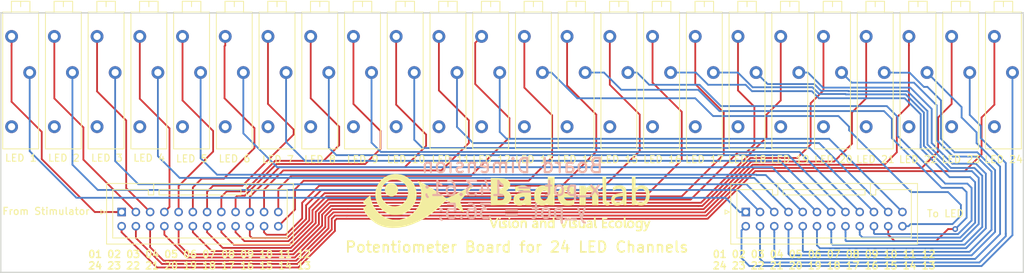
<source format=kicad_pcb>
(kicad_pcb (version 20171130) (host pcbnew "(5.1.12)-1")
  (layers (0 F.Cu signal) (31 B.Cu signal) (34 B.Paste user hide) (35 F.Paste user hide) (36 B.SilkS user hide) (37 F.SilkS user hide) (38 B.Mask user hide) (39 F.Mask user hide) (44 Edge.Cuts user))
  (net 0 "")
  (net 1 "Net-(J1-Pad1)")
  (net 2 "Net-(J1-Pad2)")
  (net 3 "Net-(J1-Pad3)")
  (net 4 "Net-(J1-Pad4)")
  (net 5 "Net-(J2-Pad4)")
  (net 6 "Net-(J2-Pad3)")
  (net 7 "Net-(J2-Pad2)")
  (net 8 "Net-(J2-Pad1)")
  (net 9 "Net-(RV1-Pad1)")
  (net 10 "Net-(RV2-Pad1)")
  (net 11 "Net-(RV3-Pad1)")
  (net 12 "Net-(RV4-Pad1)")
  (net 13 "Net-(J1-Pad24)")
  (net 14 "Net-(J1-Pad22)")
  (net 15 "Net-(J1-Pad20)")
  (net 16 "Net-(J1-Pad18)")
  (net 17 "Net-(J1-Pad16)")
  (net 18 "Net-(J1-Pad14)")
  (net 19 "Net-(J1-Pad12)")
  (net 20 "Net-(J1-Pad10)")
  (net 21 "Net-(J1-Pad8)")
  (net 22 "Net-(J1-Pad6)")
  (net 23 "Net-(J1-Pad23)")
  (net 24 "Net-(J1-Pad21)")
  (net 25 "Net-(J1-Pad19)")
  (net 26 "Net-(J1-Pad17)")
  (net 27 "Net-(J1-Pad15)")
  (net 28 "Net-(J1-Pad13)")
  (net 29 "Net-(J1-Pad11)")
  (net 30 "Net-(J1-Pad9)")
  (net 31 "Net-(J1-Pad7)")
  (net 32 "Net-(J1-Pad5)")
  (net 33 "Net-(J2-Pad5)")
  (net 34 "Net-(J2-Pad7)")
  (net 35 "Net-(J2-Pad9)")
  (net 36 "Net-(J2-Pad11)")
  (net 37 "Net-(J2-Pad13)")
  (net 38 "Net-(J2-Pad15)")
  (net 39 "Net-(J2-Pad17)")
  (net 40 "Net-(J2-Pad19)")
  (net 41 "Net-(J2-Pad21)")
  (net 42 "Net-(J2-Pad23)")
  (net 43 "Net-(J2-Pad6)")
  (net 44 "Net-(J2-Pad8)")
  (net 45 "Net-(J2-Pad10)")
  (net 46 "Net-(J2-Pad12)")
  (net 47 "Net-(J2-Pad14)")
  (net 48 "Net-(J2-Pad16)")
  (net 49 "Net-(J2-Pad18)")
  (net 50 "Net-(J2-Pad20)")
  (net 51 "Net-(J2-Pad22)")
  (net 52 "Net-(J2-Pad24)")
  (net 53 "Net-(RV5-Pad1)")
  (net 54 "Net-(RV6-Pad1)")
  (net 55 "Net-(RV7-Pad1)")
  (net 56 "Net-(RV8-Pad1)")
  (net 57 "Net-(RV9-Pad1)")
  (net 58 "Net-(RV10-Pad1)")
  (net 59 "Net-(RV11-Pad1)")
  (net 60 "Net-(RV12-Pad1)")
  (net 61 "Net-(RV13-Pad1)")
  (net 62 "Net-(RV14-Pad1)")
  (net 63 "Net-(RV15-Pad1)")
  (net 64 "Net-(RV16-Pad1)")
  (net 65 "Net-(RV17-Pad1)")
  (net 66 "Net-(RV18-Pad1)")
  (net 67 "Net-(RV19-Pad1)")
  (net 68 "Net-(RV20-Pad1)")
  (net 69 "Net-(RV21-Pad1)")
  (net 70 "Net-(RV22-Pad1)")
  (net 71 "Net-(RV23-Pad1)")
  (net 72 "Net-(RV24-Pad1)")
  (module Potentiometer_THT:Potentiometer_Vishay_43_Horizontal (layer F.Cu) (at 20 60 270)
    (fp_text reference "LED 1" (at 4.4 -1.3) (layer F.SilkS))
    (fp_text value "")
    (pad 3 thru_hole circle (at -12.7 0 270) (size 1.8 1.8) (drill 1) (layers *.Cu *.Mask) (net 1 "Net-(J1-Pad1)"))
    (pad 2 thru_hole circle (at -7.62 -2.54 270) (size 1.8 1.8) (drill 1) (layers *.Cu *.Mask) (net 8 "Net-(J2-Pad1)"))
    (pad 1 thru_hole circle (at 0 0 270) (size 1.8 1.8) (drill 1) (layers *.Cu *.Mask) (net 9 "Net-(RV1-Pad1)"))
  )
  (module Potentiometer_THT:Potentiometer_Vishay_43_Horizontal (layer F.Cu) (at 26 60 270)
    (fp_text reference "LED 2" (at 4.4 -1.34) (layer F.SilkS))
    (fp_text value "")
    (pad 1 thru_hole circle (at 0 0 270) (size 1.8 1.8) (drill 1) (layers *.Cu *.Mask) (net 10 "Net-(RV2-Pad1)"))
    (pad 2 thru_hole circle (at -7.62 -2.54 270) (size 1.8 1.8) (drill 1) (layers *.Cu *.Mask) (net 7 "Net-(J2-Pad2)"))
    (pad 3 thru_hole circle (at -12.7 0 270) (size 1.8 1.8) (drill 1) (layers *.Cu *.Mask) (net 2 "Net-(J1-Pad2)"))
  )
  (module Potentiometer_THT:Potentiometer_Vishay_43_Horizontal (layer F.Cu) (at 32 60 270)
    (fp_text reference "LED 3" (at 4.4 -1.38) (layer F.SilkS))
    (fp_text value "")
    (pad 3 thru_hole circle (at -12.7 0 270) (size 1.8 1.8) (drill 1) (layers *.Cu *.Mask) (net 3 "Net-(J1-Pad3)"))
    (pad 2 thru_hole circle (at -7.62 -2.54 270) (size 1.8 1.8) (drill 1) (layers *.Cu *.Mask) (net 6 "Net-(J2-Pad3)"))
    (pad 1 thru_hole circle (at 0 0 270) (size 1.8 1.8) (drill 1) (layers *.Cu *.Mask) (net 11 "Net-(RV3-Pad1)"))
  )
  (module Potentiometer_THT:Potentiometer_Vishay_43_Horizontal (layer F.Cu) (at 38 60 270)
    (fp_text reference "LED 4" (at 4.4 -1.32) (layer F.SilkS))
    (fp_text value "")
    (pad 1 thru_hole circle (at 0 0 270) (size 1.8 1.8) (drill 1) (layers *.Cu *.Mask) (net 12 "Net-(RV4-Pad1)"))
    (pad 2 thru_hole circle (at -7.62 -2.54 270) (size 1.8 1.8) (drill 1) (layers *.Cu *.Mask) (net 5 "Net-(J2-Pad4)"))
    (pad 3 thru_hole circle (at -12.7 0 270) (size 1.8 1.8) (drill 1) (layers *.Cu *.Mask) (net 4 "Net-(J1-Pad4)"))
  )
  (module Connector_JST:JST_PUD_B24B-PUDSS_2x12_P2.00mm_Vertical (layer F.Cu) (at 35.45 72)
    (fp_text reference "From Stimulator" (at -10.62 -0.11) (layer F.SilkS))
    (fp_text value "")
    (pad 13 thru_hole circle (at 22 2) (size 1.2 1.2) (drill 0.75) (layers *.Cu *.Mask) (net 28 "Net-(J1-Pad13)"))
    (pad 14 thru_hole circle (at 20 2) (size 1.2 1.2) (drill 0.75) (layers *.Cu *.Mask) (net 18 "Net-(J1-Pad14)"))
    (pad 15 thru_hole circle (at 18 2) (size 1.2 1.2) (drill 0.75) (layers *.Cu *.Mask) (net 27 "Net-(J1-Pad15)"))
    (pad 16 thru_hole circle (at 16 2) (size 1.2 1.2) (drill 0.75) (layers *.Cu *.Mask) (net 17 "Net-(J1-Pad16)"))
    (pad 17 thru_hole circle (at 14 2) (size 1.2 1.2) (drill 0.75) (layers *.Cu *.Mask) (net 26 "Net-(J1-Pad17)"))
    (pad 18 thru_hole circle (at 12 2) (size 1.2 1.2) (drill 0.75) (layers *.Cu *.Mask) (net 16 "Net-(J1-Pad18)"))
    (pad 19 thru_hole circle (at 10 2) (size 1.2 1.2) (drill 0.75) (layers *.Cu *.Mask) (net 25 "Net-(J1-Pad19)"))
    (pad 20 thru_hole circle (at 8 2) (size 1.2 1.2) (drill 0.75) (layers *.Cu *.Mask) (net 15 "Net-(J1-Pad20)"))
    (pad 21 thru_hole circle (at 6 2) (size 1.2 1.2) (drill 0.75) (layers *.Cu *.Mask) (net 24 "Net-(J1-Pad21)"))
    (pad 22 thru_hole circle (at 4 2) (size 1.2 1.2) (drill 0.75) (layers *.Cu *.Mask) (net 14 "Net-(J1-Pad22)"))
    (pad 23 thru_hole circle (at 2 2) (size 1.2 1.2) (drill 0.75) (layers *.Cu *.Mask) (net 23 "Net-(J1-Pad23)"))
    (pad 24 thru_hole circle (at 0 2) (size 1.2 1.2) (drill 0.75) (layers *.Cu *.Mask) (net 13 "Net-(J1-Pad24)"))
    (pad 12 thru_hole circle (at 22 0) (size 1.2 1.2) (drill 0.75) (layers *.Cu *.Mask) (net 19 "Net-(J1-Pad12)"))
    (pad 11 thru_hole circle (at 20 0) (size 1.2 1.2) (drill 0.75) (layers *.Cu *.Mask) (net 29 "Net-(J1-Pad11)"))
    (pad 10 thru_hole circle (at 18 0) (size 1.2 1.2) (drill 0.75) (layers *.Cu *.Mask) (net 20 "Net-(J1-Pad10)"))
    (pad 9 thru_hole circle (at 16 0) (size 1.2 1.2) (drill 0.75) (layers *.Cu *.Mask) (net 30 "Net-(J1-Pad9)"))
    (pad 8 thru_hole circle (at 14 0) (size 1.2 1.2) (drill 0.75) (layers *.Cu *.Mask) (net 21 "Net-(J1-Pad8)"))
    (pad 7 thru_hole circle (at 12 0) (size 1.2 1.2) (drill 0.75) (layers *.Cu *.Mask) (net 31 "Net-(J1-Pad7)"))
    (pad 6 thru_hole circle (at 10 0) (size 1.2 1.2) (drill 0.75) (layers *.Cu *.Mask) (net 22 "Net-(J1-Pad6)"))
    (pad 5 thru_hole circle (at 8 0) (size 1.2 1.2) (drill 0.75) (layers *.Cu *.Mask) (net 32 "Net-(J1-Pad5)"))
    (pad 4 thru_hole circle (at 6 0) (size 1.2 1.2) (drill 0.75) (layers *.Cu *.Mask) (net 4 "Net-(J1-Pad4)"))
    (pad 3 thru_hole circle (at 4 0) (size 1.2 1.2) (drill 0.75) (layers *.Cu *.Mask) (net 3 "Net-(J1-Pad3)"))
    (pad 2 thru_hole circle (at 2 0) (size 1.2 1.2) (drill 0.75) (layers *.Cu *.Mask) (net 2 "Net-(J1-Pad2)"))
    (pad 1 thru_hole rect (at 0 0) (size 1.2 1.2) (drill 0.75) (layers *.Cu *.Mask) (net 1 "Net-(J1-Pad1)"))
  )
  (module Connector_JST:JST_PUD_B24B-PUDSS_2x12_P2.00mm_Vertical (layer F.Cu) (at 123.09 72)
    (fp_text reference "To LED" (at 28.03 0.22) (layer F.SilkS))
    (fp_text value "")
    (pad 1 thru_hole rect (at 0 0) (size 1.2 1.2) (drill 0.75) (layers *.Cu *.Mask) (net 8 "Net-(J2-Pad1)"))
    (pad 2 thru_hole circle (at 2 0) (size 1.2 1.2) (drill 0.75) (layers *.Cu *.Mask) (net 7 "Net-(J2-Pad2)"))
    (pad 3 thru_hole circle (at 4 0) (size 1.2 1.2) (drill 0.75) (layers *.Cu *.Mask) (net 6 "Net-(J2-Pad3)"))
    (pad 4 thru_hole circle (at 6 0) (size 1.2 1.2) (drill 0.75) (layers *.Cu *.Mask) (net 5 "Net-(J2-Pad4)"))
    (pad 5 thru_hole circle (at 8 0) (size 1.2 1.2) (drill 0.75) (layers *.Cu *.Mask) (net 33 "Net-(J2-Pad5)"))
    (pad 6 thru_hole circle (at 10 0) (size 1.2 1.2) (drill 0.75) (layers *.Cu *.Mask) (net 43 "Net-(J2-Pad6)"))
    (pad 7 thru_hole circle (at 12 0) (size 1.2 1.2) (drill 0.75) (layers *.Cu *.Mask) (net 34 "Net-(J2-Pad7)"))
    (pad 8 thru_hole circle (at 14 0) (size 1.2 1.2) (drill 0.75) (layers *.Cu *.Mask) (net 44 "Net-(J2-Pad8)"))
    (pad 9 thru_hole circle (at 16 0) (size 1.2 1.2) (drill 0.75) (layers *.Cu *.Mask) (net 35 "Net-(J2-Pad9)"))
    (pad 10 thru_hole circle (at 18 0) (size 1.2 1.2) (drill 0.75) (layers *.Cu *.Mask) (net 45 "Net-(J2-Pad10)"))
    (pad 11 thru_hole circle (at 20 0) (size 1.2 1.2) (drill 0.75) (layers *.Cu *.Mask) (net 36 "Net-(J2-Pad11)"))
    (pad 12 thru_hole circle (at 22 0) (size 1.2 1.2) (drill 0.75) (layers *.Cu *.Mask) (net 46 "Net-(J2-Pad12)"))
    (pad 24 thru_hole circle (at 0 2) (size 1.2 1.2) (drill 0.75) (layers *.Cu *.Mask) (net 52 "Net-(J2-Pad24)"))
    (pad 23 thru_hole circle (at 2 2) (size 1.2 1.2) (drill 0.75) (layers *.Cu *.Mask) (net 42 "Net-(J2-Pad23)"))
    (pad 22 thru_hole circle (at 4 2) (size 1.2 1.2) (drill 0.75) (layers *.Cu *.Mask) (net 51 "Net-(J2-Pad22)"))
    (pad 21 thru_hole circle (at 6 2) (size 1.2 1.2) (drill 0.75) (layers *.Cu *.Mask) (net 41 "Net-(J2-Pad21)"))
    (pad 20 thru_hole circle (at 8 2) (size 1.2 1.2) (drill 0.75) (layers *.Cu *.Mask) (net 50 "Net-(J2-Pad20)"))
    (pad 19 thru_hole circle (at 10 2) (size 1.2 1.2) (drill 0.75) (layers *.Cu *.Mask) (net 40 "Net-(J2-Pad19)"))
    (pad 18 thru_hole circle (at 12 2) (size 1.2 1.2) (drill 0.75) (layers *.Cu *.Mask) (net 49 "Net-(J2-Pad18)"))
    (pad 17 thru_hole circle (at 14 2) (size 1.2 1.2) (drill 0.75) (layers *.Cu *.Mask) (net 39 "Net-(J2-Pad17)"))
    (pad 16 thru_hole circle (at 16 2) (size 1.2 1.2) (drill 0.75) (layers *.Cu *.Mask) (net 48 "Net-(J2-Pad16)"))
    (pad 15 thru_hole circle (at 18 2) (size 1.2 1.2) (drill 0.75) (layers *.Cu *.Mask) (net 38 "Net-(J2-Pad15)"))
    (pad 14 thru_hole circle (at 20 2) (size 1.2 1.2) (drill 0.75) (layers *.Cu *.Mask) (net 47 "Net-(J2-Pad14)"))
    (pad 13 thru_hole circle (at 22 2) (size 1.2 1.2) (drill 0.75) (layers *.Cu *.Mask) (net 37 "Net-(J2-Pad13)"))
  )
  (module Potentiometer_THT:Potentiometer_Vishay_43_Horizontal (layer F.Cu) (at 44 60 270)
    (fp_text reference "LED 5" (at 4.5 -1.3) (layer F.SilkS))
    (fp_text value R_POT_TRIM)
    (pad 1 thru_hole circle (at 0 0 270) (size 1.8 1.8) (drill 1) (layers *.Cu *.Mask) (net 53 "Net-(RV5-Pad1)"))
    (pad 2 thru_hole circle (at -7.62 -2.54 270) (size 1.8 1.8) (drill 1) (layers *.Cu *.Mask) (net 33 "Net-(J2-Pad5)"))
    (pad 3 thru_hole circle (at -12.7 0 270) (size 1.8 1.8) (drill 1) (layers *.Cu *.Mask) (net 32 "Net-(J1-Pad5)"))
  )
  (module Potentiometer_THT:Potentiometer_Vishay_43_Horizontal (layer F.Cu) (at 50 60 270)
    (fp_text reference "LED 6" (at 4.5 -1.3) (layer F.SilkS))
    (fp_text value R_POT_TRIM)
    (pad 3 thru_hole circle (at -12.7 0 270) (size 1.8 1.8) (drill 1) (layers *.Cu *.Mask) (net 22 "Net-(J1-Pad6)"))
    (pad 2 thru_hole circle (at -7.62 -2.54 270) (size 1.8 1.8) (drill 1) (layers *.Cu *.Mask) (net 43 "Net-(J2-Pad6)"))
    (pad 1 thru_hole circle (at 0 0 270) (size 1.8 1.8) (drill 1) (layers *.Cu *.Mask) (net 54 "Net-(RV6-Pad1)"))
  )
  (module Potentiometer_THT:Potentiometer_Vishay_43_Horizontal (layer F.Cu) (at 56 60 270)
    (fp_text reference "LED 7" (at 4.6 -1.4) (layer F.SilkS))
    (fp_text value R_POT_TRIM)
    (pad 1 thru_hole circle (at 0 0 270) (size 1.8 1.8) (drill 1) (layers *.Cu *.Mask) (net 55 "Net-(RV7-Pad1)"))
    (pad 2 thru_hole circle (at -7.62 -2.54 270) (size 1.8 1.8) (drill 1) (layers *.Cu *.Mask) (net 34 "Net-(J2-Pad7)"))
    (pad 3 thru_hole circle (at -12.7 0 270) (size 1.8 1.8) (drill 1) (layers *.Cu *.Mask) (net 31 "Net-(J1-Pad7)"))
  )
  (module Potentiometer_THT:Potentiometer_Vishay_43_Horizontal (layer F.Cu) (at 62 60 270)
    (fp_text reference "LED 8" (at 4.6 -1.3) (layer F.SilkS))
    (fp_text value R_POT_TRIM)
    (pad 3 thru_hole circle (at -12.7 0 270) (size 1.8 1.8) (drill 1) (layers *.Cu *.Mask) (net 21 "Net-(J1-Pad8)"))
    (pad 2 thru_hole circle (at -7.62 -2.54 270) (size 1.8 1.8) (drill 1) (layers *.Cu *.Mask) (net 44 "Net-(J2-Pad8)"))
    (pad 1 thru_hole circle (at 0 0 270) (size 1.8 1.8) (drill 1) (layers *.Cu *.Mask) (net 56 "Net-(RV8-Pad1)"))
  )
  (module Potentiometer_THT:Potentiometer_Vishay_43_Horizontal (layer F.Cu) (at 68 60 270)
    (fp_text reference "LED 9" (at 4.6 -1.3) (layer F.SilkS))
    (fp_text value R_POT_TRIM)
    (pad 1 thru_hole circle (at 0 0 270) (size 1.8 1.8) (drill 1) (layers *.Cu *.Mask) (net 57 "Net-(RV9-Pad1)"))
    (pad 2 thru_hole circle (at -7.62 -2.54 270) (size 1.8 1.8) (drill 1) (layers *.Cu *.Mask) (net 35 "Net-(J2-Pad9)"))
    (pad 3 thru_hole circle (at -12.7 0 270) (size 1.8 1.8) (drill 1) (layers *.Cu *.Mask) (net 30 "Net-(J1-Pad9)"))
  )
  (module Potentiometer_THT:Potentiometer_Vishay_43_Horizontal (layer F.Cu) (at 74 60 270)
    (fp_text reference "LED 10" (at 4.6 -1.4) (layer F.SilkS))
    (fp_text value R_POT_TRIM)
    (pad 3 thru_hole circle (at -12.7 0 270) (size 1.8 1.8) (drill 1) (layers *.Cu *.Mask) (net 20 "Net-(J1-Pad10)"))
    (pad 2 thru_hole circle (at -7.62 -2.54 270) (size 1.8 1.8) (drill 1) (layers *.Cu *.Mask) (net 45 "Net-(J2-Pad10)"))
    (pad 1 thru_hole circle (at 0 0 270) (size 1.8 1.8) (drill 1) (layers *.Cu *.Mask) (net 58 "Net-(RV10-Pad1)"))
  )
  (module Potentiometer_THT:Potentiometer_Vishay_43_Horizontal (layer F.Cu) (at 80 60 270)
    (fp_text reference " LED 11" (at 4.6 -1.3) (layer F.SilkS))
    (fp_text value R_POT_TRIM)
    (pad 1 thru_hole circle (at 0 0 270) (size 1.8 1.8) (drill 1) (layers *.Cu *.Mask) (net 59 "Net-(RV11-Pad1)"))
    (pad 2 thru_hole circle (at -7.62 -2.54 270) (size 1.8 1.8) (drill 1) (layers *.Cu *.Mask) (net 36 "Net-(J2-Pad11)"))
    (pad 3 thru_hole circle (at -12.7 0 270) (size 1.8 1.8) (drill 1) (layers *.Cu *.Mask) (net 29 "Net-(J1-Pad11)"))
  )
  (module Potentiometer_THT:Potentiometer_Vishay_43_Horizontal (layer F.Cu) (at 86 60 270)
    (fp_text reference "LED 12" (at 4.6 -1.4) (layer F.SilkS))
    (fp_text value R_POT_TRIM)
    (pad 1 thru_hole circle (at 0 0 270) (size 1.8 1.8) (drill 1) (layers *.Cu *.Mask) (net 60 "Net-(RV12-Pad1)"))
    (pad 2 thru_hole circle (at -7.62 -2.54 270) (size 1.8 1.8) (drill 1) (layers *.Cu *.Mask) (net 46 "Net-(J2-Pad12)"))
    (pad 3 thru_hole circle (at -12.7 0 270) (size 1.8 1.8) (drill 1) (layers *.Cu *.Mask) (net 19 "Net-(J1-Pad12)"))
  )
  (module Potentiometer_THT:Potentiometer_Vishay_43_Horizontal (layer F.Cu) (at 92 60 270)
    (fp_text reference "LED 13" (at 4.6 -1.4) (layer F.SilkS))
    (fp_text value R_POT_TRIM)
    (pad 1 thru_hole circle (at 0 0 270) (size 1.8 1.8) (drill 1) (layers *.Cu *.Mask) (net 61 "Net-(RV13-Pad1)"))
    (pad 2 thru_hole circle (at -7.62 -2.54 270) (size 1.8 1.8) (drill 1) (layers *.Cu *.Mask) (net 37 "Net-(J2-Pad13)"))
    (pad 3 thru_hole circle (at -12.7 0 270) (size 1.8 1.8) (drill 1) (layers *.Cu *.Mask) (net 28 "Net-(J1-Pad13)"))
  )
  (module Potentiometer_THT:Potentiometer_Vishay_43_Horizontal (layer F.Cu) (at 98 60 270)
    (fp_text reference "LED 14" (at 4.6 -1.3) (layer F.SilkS))
    (fp_text value R_POT_TRIM)
    (pad 3 thru_hole circle (at -12.7 0 270) (size 1.8 1.8) (drill 1) (layers *.Cu *.Mask) (net 18 "Net-(J1-Pad14)"))
    (pad 2 thru_hole circle (at -7.62 -2.54 270) (size 1.8 1.8) (drill 1) (layers *.Cu *.Mask) (net 47 "Net-(J2-Pad14)"))
    (pad 1 thru_hole circle (at 0 0 270) (size 1.8 1.8) (drill 1) (layers *.Cu *.Mask) (net 62 "Net-(RV14-Pad1)"))
  )
  (module Potentiometer_THT:Potentiometer_Vishay_43_Horizontal (layer F.Cu) (at 104 60 270)
    (fp_text reference "LED 15" (at 4.6 -1.3) (layer F.SilkS))
    (fp_text value R_POT_TRIM)
    (pad 1 thru_hole circle (at 0 0 270) (size 1.8 1.8) (drill 1) (layers *.Cu *.Mask) (net 63 "Net-(RV15-Pad1)"))
    (pad 2 thru_hole circle (at -7.62 -2.54 270) (size 1.8 1.8) (drill 1) (layers *.Cu *.Mask) (net 38 "Net-(J2-Pad15)"))
    (pad 3 thru_hole circle (at -12.7 0 270) (size 1.8 1.8) (drill 1) (layers *.Cu *.Mask) (net 27 "Net-(J1-Pad15)"))
  )
  (module Potentiometer_THT:Potentiometer_Vishay_43_Horizontal (layer F.Cu) (at 110 60 270)
    (fp_text reference "LED 16" (at 4.6 -1.4) (layer F.SilkS))
    (fp_text value R_POT_TRIM)
    (pad 3 thru_hole circle (at -12.7 0 270) (size 1.8 1.8) (drill 1) (layers *.Cu *.Mask) (net 17 "Net-(J1-Pad16)"))
    (pad 2 thru_hole circle (at -7.62 -2.54 270) (size 1.8 1.8) (drill 1) (layers *.Cu *.Mask) (net 48 "Net-(J2-Pad16)"))
    (pad 1 thru_hole circle (at 0 0 270) (size 1.8 1.8) (drill 1) (layers *.Cu *.Mask) (net 64 "Net-(RV16-Pad1)"))
  )
  (module Potentiometer_THT:Potentiometer_Vishay_43_Horizontal (layer F.Cu) (at 116 60 270)
    (fp_text reference "LED 17" (at 4.6 -1.3) (layer F.SilkS))
    (fp_text value R_POT_TRIM)
    (pad 1 thru_hole circle (at 0 0 270) (size 1.8 1.8) (drill 1) (layers *.Cu *.Mask) (net 65 "Net-(RV17-Pad1)"))
    (pad 2 thru_hole circle (at -7.62 -2.54 270) (size 1.8 1.8) (drill 1) (layers *.Cu *.Mask) (net 39 "Net-(J2-Pad17)"))
    (pad 3 thru_hole circle (at -12.7 0 270) (size 1.8 1.8) (drill 1) (layers *.Cu *.Mask) (net 26 "Net-(J1-Pad17)"))
  )
  (module Potentiometer_THT:Potentiometer_Vishay_43_Horizontal (layer F.Cu) (at 122 60 270)
    (fp_text reference "LED 18" (at 4.6 -1.3) (layer F.SilkS))
    (fp_text value R_POT_TRIM)
    (pad 3 thru_hole circle (at -12.7 0 270) (size 1.8 1.8) (drill 1) (layers *.Cu *.Mask) (net 16 "Net-(J1-Pad18)"))
    (pad 2 thru_hole circle (at -7.62 -2.54 270) (size 1.8 1.8) (drill 1) (layers *.Cu *.Mask) (net 49 "Net-(J2-Pad18)"))
    (pad 1 thru_hole circle (at 0 0 270) (size 1.8 1.8) (drill 1) (layers *.Cu *.Mask) (net 66 "Net-(RV18-Pad1)"))
  )
  (module Potentiometer_THT:Potentiometer_Vishay_43_Horizontal (layer F.Cu) (at 128 60 270)
    (fp_text reference "LED 19" (at 4.6 -1.3) (layer F.SilkS))
    (fp_text value R_POT_TRIM)
    (pad 1 thru_hole circle (at 0 0 270) (size 1.8 1.8) (drill 1) (layers *.Cu *.Mask) (net 67 "Net-(RV19-Pad1)"))
    (pad 2 thru_hole circle (at -7.62 -2.54 270) (size 1.8 1.8) (drill 1) (layers *.Cu *.Mask) (net 40 "Net-(J2-Pad19)"))
    (pad 3 thru_hole circle (at -12.7 0 270) (size 1.8 1.8) (drill 1) (layers *.Cu *.Mask) (net 25 "Net-(J1-Pad19)"))
  )
  (module Potentiometer_THT:Potentiometer_Vishay_43_Horizontal (layer F.Cu) (at 134 60 270)
    (fp_text reference "LED 20" (at 4.6 -1.4) (layer F.SilkS))
    (fp_text value R_POT_TRIM)
    (pad 3 thru_hole circle (at -12.7 0 270) (size 1.8 1.8) (drill 1) (layers *.Cu *.Mask) (net 15 "Net-(J1-Pad20)"))
    (pad 2 thru_hole circle (at -7.62 -2.54 270) (size 1.8 1.8) (drill 1) (layers *.Cu *.Mask) (net 50 "Net-(J2-Pad20)"))
    (pad 1 thru_hole circle (at 0 0 270) (size 1.8 1.8) (drill 1) (layers *.Cu *.Mask) (net 68 "Net-(RV20-Pad1)"))
  )
  (module Potentiometer_THT:Potentiometer_Vishay_43_Horizontal (layer F.Cu) (at 140 60 270)
    (fp_text reference "LED 21" (at 4.6 -1.3) (layer F.SilkS))
    (fp_text value R_POT_TRIM)
    (pad 1 thru_hole circle (at 0 0 270) (size 1.8 1.8) (drill 1) (layers *.Cu *.Mask) (net 69 "Net-(RV21-Pad1)"))
    (pad 2 thru_hole circle (at -7.62 -2.54 270) (size 1.8 1.8) (drill 1) (layers *.Cu *.Mask) (net 41 "Net-(J2-Pad21)"))
    (pad 3 thru_hole circle (at -12.7 0 270) (size 1.8 1.8) (drill 1) (layers *.Cu *.Mask) (net 24 "Net-(J1-Pad21)"))
  )
  (module Potentiometer_THT:Potentiometer_Vishay_43_Horizontal (layer F.Cu) (at 146 60 270)
    (fp_text reference "LED 22" (at 4.6 -1.3) (layer F.SilkS))
    (fp_text value R_POT_TRIM)
    (pad 3 thru_hole circle (at -12.7 0 270) (size 1.8 1.8) (drill 1) (layers *.Cu *.Mask) (net 14 "Net-(J1-Pad22)"))
    (pad 2 thru_hole circle (at -7.62 -2.54 270) (size 1.8 1.8) (drill 1) (layers *.Cu *.Mask) (net 51 "Net-(J2-Pad22)"))
    (pad 1 thru_hole circle (at 0 0 270) (size 1.8 1.8) (drill 1) (layers *.Cu *.Mask) (net 70 "Net-(RV22-Pad1)"))
  )
  (module Potentiometer_THT:Potentiometer_Vishay_43_Horizontal (layer F.Cu) (at 152 60 270)
    (fp_text reference "LED 23" (at 4.6 -1.3) (layer F.SilkS))
    (fp_text value R_POT_TRIM)
    (pad 1 thru_hole circle (at 0 0 270) (size 1.8 1.8) (drill 1) (layers *.Cu *.Mask) (net 71 "Net-(RV23-Pad1)"))
    (pad 2 thru_hole circle (at -7.62 -2.54 270) (size 1.8 1.8) (drill 1) (layers *.Cu *.Mask) (net 42 "Net-(J2-Pad23)"))
    (pad 3 thru_hole circle (at -12.7 0 270) (size 1.8 1.8) (drill 1) (layers *.Cu *.Mask) (net 23 "Net-(J1-Pad23)"))
  )
  (module Potentiometer_THT:Potentiometer_Vishay_43_Horizontal (layer F.Cu) (at 158 60 270)
    (fp_text reference "LED 24" (at 4.6 -1.3) (layer F.SilkS))
    (fp_text value R_POT_TRIM)
    (pad 3 thru_hole circle (at -12.7 0 270) (size 1.8 1.8) (drill 1) (layers *.Cu *.Mask) (net 13 "Net-(J1-Pad24)"))
    (pad 2 thru_hole circle (at -7.62 -2.54 270) (size 1.8 1.8) (drill 1) (layers *.Cu *.Mask) (net 52 "Net-(J2-Pad24)"))
    (pad 1 thru_hole circle (at 0 0 270) (size 1.8 1.8) (drill 1) (layers *.Cu *.Mask) (net 72 "Net-(RV24-Pad1)"))
  )
  (module "Maxime:logo 400" (layer F.Cu) (at 92.75 70.21)
    (fp_text reference G*** hide)
    (fp_text value LOGO hide)
  )
  (gr_text "Board Dimension\nx_pot = 143.61;\ny_pot = 36.5;" (at 90.3 68.7) (layer B.SilkS) (effects (font (size 2 2) (thickness 0.3)) (justify mirror)))
  (gr_text "01 02 03 04 05 06 07 08 09 10 11 12\n24 23 22 21 20 19 18 17 16 15 14 13" (at 46.4 78.75) (layer F.SilkS) (effects (font (size 1 1) (thickness 0.2))))
  (gr_text "01 02 03 04 05 06 07 08 09 10 11 12\n24 23 22 21 20 19 18 17 16 15 14 13" (at 134.1 78.75) (layer F.SilkS) (effects (font (size 1 1) (thickness 0.2))))
  (gr_text "Potentiometer Board for 24 LED Channels" (at 90.94 76.93) (layer F.SilkS) (effects (font (size 1.5 1.5) (thickness 0.25))))
  (gr_line (start 162.08 44) (end 162.08 80.5) (layer Edge.Cuts) (width 0.2))
  (gr_line (start 18.47 80.5) (end 162.08 80.5) (layer Edge.Cuts) (width 0.2))
  (gr_line (start 18.47 44) (end 18.47 80.5) (layer Edge.Cuts) (width 0.2))
  (gr_line (start 18.47 43.99) (end 162.08 44) (layer Edge.Cuts) (width 0.2))
  (segment (start 35.45 72) (end 34.58 72) (width 0.25) (layer F.Cu) (net 1))
  (segment (start 20 48.572792) (end 19.99 48.582792) (width 0.25) (layer F.Cu) (net 1))
  (segment (start 19.99 48.582792) (end 19.99 56.48) (width 0.25) (layer F.Cu) (net 1))
  (segment (start 19.99 56.48) (end 24.23 60.72) (width 0.25) (layer F.Cu) (net 1))
  (segment (start 24.23 60.72) (end 24.23 64.55) (width 0.25) (layer F.Cu) (net 1))
  (segment (start 31.68 72) (end 35.45 72) (width 0.25) (layer F.Cu) (net 1))
  (segment (start 20 47.3) (end 20 48.572792) (width 0.25) (layer F.Cu) (net 1))
  (segment (start 24.23 64.55) (end 31.68 72) (width 0.25) (layer F.Cu) (net 1))
  (segment (start 30.08 64.63) (end 37.45 72) (width 0.25) (layer F.Cu) (net 2))
  (segment (start 30.08 60.1) (end 30.08 64.63) (width 0.25) (layer F.Cu) (net 2))
  (segment (start 26 47.3) (end 26 56.02) (width 0.25) (layer F.Cu) (net 2))
  (segment (start 26 56.02) (end 30.08 60.1) (width 0.25) (layer F.Cu) (net 2))
  (segment (start 32 47.3) (end 32 55.03) (width 0.25) (layer F.Cu) (net 3))
  (segment (start 32 55.03) (end 36.09 59.12) (width 0.25) (layer F.Cu) (net 3))
  (segment (start 36.09 68.64) (end 39.45 72) (width 0.25) (layer F.Cu) (net 3))
  (segment (start 36.09 59.12) (end 36.09 68.64) (width 0.25) (layer F.Cu) (net 3))
  (segment (start 38 47.3) (end 38 56.07) (width 0.25) (layer F.Cu) (net 4))
  (segment (start 38 56.07) (end 42.17 60.24) (width 0.25) (layer F.Cu) (net 4))
  (segment (start 42.17 71.28) (end 41.45 72) (width 0.25) (layer F.Cu) (net 4))
  (segment (start 42.17 60.24) (end 42.17 71.28) (width 0.25) (layer F.Cu) (net 4))
  (segment (start 40.54 52.38) (end 40.54 64.14) (width 0.25) (layer B.Cu) (net 5))
  (segment (start 40.54 64.14) (end 43.6 67.2) (width 0.25) (layer B.Cu) (net 5))
  (segment (start 124.29 67.2) (end 129.09 72) (width 0.25) (layer B.Cu) (net 5))
  (segment (start 43.6 67.2) (end 124.29 67.2) (width 0.25) (layer B.Cu) (net 5))
  (segment (start 123.19 68.1) (end 127.09 72) (width 0.25) (layer B.Cu) (net 6))
  (segment (start 37.8 68.1) (end 123.19 68.1) (width 0.25) (layer B.Cu) (net 6))
  (segment (start 34.54 52.38) (end 34.54 64.84) (width 0.25) (layer B.Cu) (net 6))
  (segment (start 34.54 64.84) (end 37.8 68.1) (width 0.25) (layer B.Cu) (net 6))
  (segment (start 28.54 52.38) (end 28.54 65.34) (width 0.25) (layer B.Cu) (net 7))
  (segment (start 28.54 65.34) (end 32.1 68.9) (width 0.25) (layer B.Cu) (net 7))
  (segment (start 121.99 68.9) (end 125.09 72) (width 0.25) (layer B.Cu) (net 7))
  (segment (start 32.1 68.9) (end 121.99 68.9) (width 0.25) (layer B.Cu) (net 7))
  (segment (start 22.54 52.38) (end 22.54 63.44) (width 0.25) (layer B.Cu) (net 8))
  (segment (start 22.54 63.44) (end 29.1 70) (width 0.25) (layer B.Cu) (net 8))
  (segment (start 122.24 72) (end 123.09 72) (width 0.25) (layer B.Cu) (net 8))
  (segment (start 120.24 70) (end 122.24 72) (width 0.25) (layer B.Cu) (net 8))
  (segment (start 29.1 70) (end 120.24 70) (width 0.25) (layer B.Cu) (net 8))
  (segment (start 35.45 74) (end 35.45 74.85) (width 0.25) (layer F.Cu) (net 13))
  (segment (start 35.45 74.848528) (end 40.401472 79.8) (width 0.25) (layer F.Cu) (net 13))
  (segment (start 35.45 74) (end 35.45 74.848528) (width 0.25) (layer F.Cu) (net 13))
  (segment (start 60.264098 79.8) (end 65.400099 74.664001) (width 0.25) (layer F.Cu) (net 13))
  (segment (start 40.401472 79.8) (end 60.264098 79.8) (width 0.25) (layer F.Cu) (net 13))
  (segment (start 65.400099 73.199901) (end 65.64991 72.95009) (width 0.25) (layer F.Cu) (net 13))
  (segment (start 65.400099 74.664001) (end 65.400099 73.199901) (width 0.25) (layer F.Cu) (net 13))
  (segment (start 65.64991 72.95009) (end 67 72.95009) (width 0.25) (layer F.Cu) (net 13))
  (segment (start 67 72.95009) (end 94 72.95009) (width 0.25) (layer F.Cu) (net 13))
  (segment (start 94 72.95009) (end 117.731957 72.950089) (width 0.25) (layer F.Cu) (net 13))
  (segment (start 124.432016 66.25003) (end 120.482046 70.2) (width 0.25) (layer F.Cu) (net 13))
  (segment (start 153.84997 66.25003) (end 124.432016 66.25003) (width 0.25) (layer F.Cu) (net 13))
  (segment (start 117.731957 72.950089) (end 120.482046 70.2) (width 0.25) (layer F.Cu) (net 13))
  (segment (start 158 47.3) (end 158 56.9) (width 0.25) (layer F.Cu) (net 13))
  (segment (start 120.482046 70.2) (end 120.641023 70.041023) (width 0.25) (layer F.Cu) (net 13))
  (segment (start 158 56.9) (end 156.2 58.7) (width 0.25) (layer F.Cu) (net 13))
  (segment (start 156.2 58.7) (end 156.2 63.9) (width 0.25) (layer F.Cu) (net 13))
  (segment (start 156.2 63.9) (end 153.84997 66.25003) (width 0.25) (layer F.Cu) (net 13))
  (segment (start 146 48.572792) (end 146 47.3) (width 0.25) (layer F.Cu) (net 14))
  (segment (start 144.3 58.7) (end 146 57) (width 0.25) (layer F.Cu) (net 14))
  (segment (start 142.54999 65.35001) (end 144.3 63.6) (width 0.25) (layer F.Cu) (net 14))
  (segment (start 124.059218 65.35001) (end 142.54999 65.35001) (width 0.25) (layer F.Cu) (net 14))
  (segment (start 117.359159 72.050069) (end 124.059218 65.35001) (width 0.25) (layer F.Cu) (net 14))
  (segment (start 65.19557 72.05007) (end 117.359159 72.050069) (width 0.25) (layer F.Cu) (net 14))
  (segment (start 39.45 76.95) (end 41.35005 78.85005) (width 0.25) (layer F.Cu) (net 14))
  (segment (start 146 57) (end 146 48.572792) (width 0.25) (layer F.Cu) (net 14))
  (segment (start 39.45 74) (end 39.45 76.95) (width 0.25) (layer F.Cu) (net 14))
  (segment (start 41.35005 78.85005) (end 59.94123 78.85005) (width 0.25) (layer F.Cu) (net 14))
  (segment (start 59.94123 78.85005) (end 64.500079 74.291201) (width 0.25) (layer F.Cu) (net 14))
  (segment (start 64.500079 74.291201) (end 64.500079 72.745561) (width 0.25) (layer F.Cu) (net 14))
  (segment (start 144.3 63.6) (end 144.3 58.7) (width 0.25) (layer F.Cu) (net 14))
  (segment (start 64.500079 72.745561) (end 65.19557 72.05007) (width 0.25) (layer F.Cu) (net 14))
  (segment (start 43.45 74) (end 43.45 76.55) (width 0.25) (layer F.Cu) (net 15))
  (segment (start 51.54997 77.95003) (end 51.549972 77.950028) (width 0.25) (layer F.Cu) (net 15))
  (segment (start 43.45 76.55) (end 44.85003 77.95003) (width 0.25) (layer F.Cu) (net 15))
  (segment (start 44.85003 77.95003) (end 51.54997 77.95003) (width 0.25) (layer F.Cu) (net 15))
  (segment (start 51.549972 77.950028) (end 59.568433 77.950027) (width 0.25) (layer F.Cu) (net 15))
  (segment (start 59.568433 77.950027) (end 63.600059 73.918401) (width 0.25) (layer F.Cu) (net 15))
  (segment (start 63.600059 73.918401) (end 63.600059 72.372761) (width 0.25) (layer F.Cu) (net 15))
  (segment (start 63.600059 72.372761) (end 64.82277 71.15005) (width 0.25) (layer F.Cu) (net 15))
  (segment (start 64.82277 71.15005) (end 65.1 71.15005) (width 0.25) (layer F.Cu) (net 15))
  (segment (start 65.1 71.15005) (end 116.45005 71.15005) (width 0.25) (layer F.Cu) (net 15))
  (segment (start 116.45005 71.15005) (end 116.986361 71.150049) (width 0.25) (layer F.Cu) (net 15))
  (segment (start 134 47.3) (end 134 54.9) (width 0.25) (layer F.Cu) (net 15))
  (segment (start 134 54.9) (end 132.2 56.7) (width 0.25) (layer F.Cu) (net 15))
  (segment (start 132.2 56.7) (end 132.2 62.5) (width 0.25) (layer F.Cu) (net 15))
  (segment (start 132.2 62.5) (end 130.3 64.4) (width 0.25) (layer F.Cu) (net 15))
  (segment (start 123.73641 64.4) (end 121.03641 67.1) (width 0.25) (layer F.Cu) (net 15))
  (segment (start 130.3 64.4) (end 123.73641 64.4) (width 0.25) (layer F.Cu) (net 15))
  (segment (start 116.986361 71.150049) (end 121.03641 67.1) (width 0.25) (layer F.Cu) (net 15))
  (segment (start 121.03641 67.1) (end 121.168205 66.968205) (width 0.25) (layer F.Cu) (net 15))
  (segment (start 122 54.9) (end 122 47.3) (width 0.25) (layer F.Cu) (net 16))
  (segment (start 124.3 62.5) (end 124.3 57.2) (width 0.25) (layer F.Cu) (net 16))
  (segment (start 123.2 63.6) (end 124.3 62.5) (width 0.25) (layer F.Cu) (net 16))
  (segment (start 115.34997 70.25003) (end 122 63.6) (width 0.25) (layer F.Cu) (net 16))
  (segment (start 64.44997 70.25003) (end 115.34997 70.25003) (width 0.25) (layer F.Cu) (net 16))
  (segment (start 47.45 74.848528) (end 49.651482 77.05001) (width 0.25) (layer F.Cu) (net 16))
  (segment (start 47.45 74) (end 47.45 74.848528) (width 0.25) (layer F.Cu) (net 16))
  (segment (start 124.3 57.2) (end 122 54.9) (width 0.25) (layer F.Cu) (net 16))
  (segment (start 122 63.6) (end 123.2 63.6) (width 0.25) (layer F.Cu) (net 16))
  (segment (start 49.651482 77.05001) (end 59.195631 77.050009) (width 0.25) (layer F.Cu) (net 16))
  (segment (start 59.195631 77.050009) (end 62.700039 73.545601) (width 0.25) (layer F.Cu) (net 16))
  (segment (start 62.700039 73.545601) (end 62.700039 71.999961) (width 0.25) (layer F.Cu) (net 16))
  (segment (start 62.700039 71.999961) (end 64.44997 70.25003) (width 0.25) (layer F.Cu) (net 16))
  (segment (start 114.1 64.7) (end 114.1 57.9) (width 0.25) (layer F.Cu) (net 17))
  (segment (start 110 53.8) (end 110 47.3) (width 0.25) (layer F.Cu) (net 17))
  (segment (start 109.44999 69.35001) (end 114.1 64.7) (width 0.25) (layer F.Cu) (net 17))
  (segment (start 63.94999 69.35001) (end 109.44999 69.35001) (width 0.25) (layer F.Cu) (net 17))
  (segment (start 114.1 57.9) (end 110 53.8) (width 0.25) (layer F.Cu) (net 17))
  (segment (start 61.800019 71.499981) (end 63.94999 69.35001) (width 0.25) (layer F.Cu) (net 17))
  (segment (start 61.800019 73.172801) (end 61.800019 71.499981) (width 0.25) (layer F.Cu) (net 17))
  (segment (start 58.872802 76.100018) (end 61.800019 73.172801) (width 0.25) (layer F.Cu) (net 17))
  (segment (start 52.70149 76.100018) (end 58.872802 76.100018) (width 0.25) (layer F.Cu) (net 17))
  (segment (start 51.45 74.848528) (end 52.70149 76.100018) (width 0.25) (layer F.Cu) (net 17))
  (segment (start 51.45 74) (end 51.45 74.848528) (width 0.25) (layer F.Cu) (net 17))
  (segment (start 98 54.2) (end 98 47.3) (width 0.25) (layer F.Cu) (net 18))
  (segment (start 102.1 58.3) (end 98 54.2) (width 0.25) (layer F.Cu) (net 18))
  (segment (start 97.3 68.3) (end 102.1 63.5) (width 0.25) (layer F.Cu) (net 18))
  (segment (start 102.1 63.5) (end 102.1 58.3) (width 0.25) (layer F.Cu) (net 18))
  (segment (start 63.2 68.3) (end 97.3 68.3) (width 0.25) (layer F.Cu) (net 18))
  (segment (start 55.45 74.848528) (end 55.801472 75.2) (width 0.25) (layer F.Cu) (net 18))
  (segment (start 55.45 74) (end 55.45 74.848528) (width 0.25) (layer F.Cu) (net 18))
  (segment (start 55.801472 75.2) (end 58.5 75.2) (width 0.25) (layer F.Cu) (net 18))
  (segment (start 58.5 75.2) (end 60.8 72.9) (width 0.25) (layer F.Cu) (net 18))
  (segment (start 60.8 72.9) (end 60.8 70.7) (width 0.25) (layer F.Cu) (net 18))
  (segment (start 60.8 70.7) (end 63.2 68.3) (width 0.25) (layer F.Cu) (net 18))
  (segment (start 59.3 66.9) (end 57.45 68.75) (width 0.25) (layer F.Cu) (net 19))
  (segment (start 57.45 68.75) (end 57.45 72) (width 0.25) (layer F.Cu) (net 19))
  (segment (start 85.100001 48.199999) (end 85.100001 54.000001) (width 0.25) (layer F.Cu) (net 19))
  (segment (start 86 47.3) (end 85.100001 48.199999) (width 0.25) (layer F.Cu) (net 19))
  (segment (start 85.100001 54.000001) (end 89.9 58.8) (width 0.25) (layer F.Cu) (net 19))
  (segment (start 89.9 58.8) (end 89.9 61.5) (width 0.25) (layer F.Cu) (net 19))
  (segment (start 89.9 61.5) (end 84.5 66.9) (width 0.25) (layer F.Cu) (net 19))
  (segment (start 84.5 66.9) (end 59.3 66.9) (width 0.25) (layer F.Cu) (net 19))
  (segment (start 74 56.9) (end 74 47.3) (width 0.25) (layer F.Cu) (net 20))
  (segment (start 53.45 72) (end 53.45 69.85) (width 0.25) (layer F.Cu) (net 20))
  (segment (start 53.45 69.85) (end 57.599981 65.700019) (width 0.25) (layer F.Cu) (net 20))
  (segment (start 75.199981 65.700019) (end 78.2 62.7) (width 0.25) (layer F.Cu) (net 20))
  (segment (start 78.2 62.7) (end 78.2 61.1) (width 0.25) (layer F.Cu) (net 20))
  (segment (start 57.599981 65.700019) (end 75.199981 65.700019) (width 0.25) (layer F.Cu) (net 20))
  (segment (start 78.2 61.1) (end 74 56.9) (width 0.25) (layer F.Cu) (net 20))
  (segment (start 52.7 69.1) (end 50.2 69.1) (width 0.25) (layer F.Cu) (net 21))
  (segment (start 49.45 69.85) (end 49.45 72) (width 0.25) (layer F.Cu) (net 21))
  (segment (start 62 56) (end 66 60) (width 0.25) (layer F.Cu) (net 21))
  (segment (start 62 47.3) (end 62 56) (width 0.25) (layer F.Cu) (net 21))
  (segment (start 66 60) (end 66 62.6) (width 0.25) (layer F.Cu) (net 21))
  (segment (start 50.2 69.1) (end 49.45 69.85) (width 0.25) (layer F.Cu) (net 21))
  (segment (start 66 62.6) (end 63.8 64.8) (width 0.25) (layer F.Cu) (net 21))
  (segment (start 63.8 64.8) (end 57 64.8) (width 0.25) (layer F.Cu) (net 21))
  (segment (start 57 64.8) (end 52.7 69.1) (width 0.25) (layer F.Cu) (net 21))
  (segment (start 50 48.572792) (end 49.9 48.672792) (width 0.25) (layer F.Cu) (net 22))
  (segment (start 50 47.3) (end 50 48.572792) (width 0.25) (layer F.Cu) (net 22))
  (segment (start 49.9 48.672792) (end 49.9 56) (width 0.25) (layer F.Cu) (net 22))
  (segment (start 49.9 56) (end 54.1 60.2) (width 0.25) (layer F.Cu) (net 22))
  (segment (start 54.1 60.2) (end 54.1 63) (width 0.25) (layer F.Cu) (net 22))
  (segment (start 54.1 63) (end 49.8 67.3) (width 0.25) (layer F.Cu) (net 22))
  (segment (start 49.8 67.3) (end 46.7 67.3) (width 0.25) (layer F.Cu) (net 22))
  (segment (start 45.45 68.55) (end 45.45 72) (width 0.25) (layer F.Cu) (net 22))
  (segment (start 46.7 67.3) (end 45.45 68.55) (width 0.25) (layer F.Cu) (net 22))
  (segment (start 41.10006 79.30006) (end 41.16365 79.30006) (width 0.25) (layer F.Cu) (net 23))
  (segment (start 37.45 74) (end 37.45 75.65) (width 0.25) (layer F.Cu) (net 23))
  (segment (start 37.45 75.65) (end 41.10006 79.30006) (width 0.25) (layer F.Cu) (net 23))
  (segment (start 60.127631 79.300059) (end 60.677681 78.750009) (width 0.25) (layer F.Cu) (net 23))
  (segment (start 41.16365 79.30006) (end 60.127631 79.300059) (width 0.25) (layer F.Cu) (net 23))
  (segment (start 60.677681 78.750009) (end 64.950089 74.477601) (width 0.25) (layer F.Cu) (net 23))
  (segment (start 64.950089 72.949911) (end 65.39992 72.50008) (width 0.25) (layer F.Cu) (net 23))
  (segment (start 64.950089 74.477601) (end 64.950089 72.949911) (width 0.25) (layer F.Cu) (net 23))
  (segment (start 65.39992 72.50008) (end 67.1 72.50008) (width 0.25) (layer F.Cu) (net 23))
  (segment (start 67.1 72.50008) (end 94.3 72.50008) (width 0.25) (layer F.Cu) (net 23))
  (segment (start 94.3 72.50008) (end 117.545556 72.50008) (width 0.25) (layer F.Cu) (net 23))
  (segment (start 124.245616 65.80002) (end 120.545636 69.5) (width 0.25) (layer F.Cu) (net 23))
  (segment (start 147.79998 65.80002) (end 124.245616 65.80002) (width 0.25) (layer F.Cu) (net 23))
  (segment (start 120.545636 69.5) (end 120.645636 69.4) (width 0.25) (layer F.Cu) (net 23))
  (segment (start 117.545556 72.50008) (end 120.545636 69.5) (width 0.25) (layer F.Cu) (net 23))
  (segment (start 152 47.3) (end 152 56.8) (width 0.25) (layer F.Cu) (net 23))
  (segment (start 152 56.8) (end 150.1 58.7) (width 0.25) (layer F.Cu) (net 23))
  (segment (start 150.1 58.7) (end 150.1 63.5) (width 0.25) (layer F.Cu) (net 23))
  (segment (start 150.1 63.5) (end 147.79998 65.80002) (width 0.25) (layer F.Cu) (net 23))
  (segment (start 41.45 75.18641) (end 44.66363 78.40004) (width 0.25) (layer F.Cu) (net 24))
  (segment (start 41.45 74) (end 41.45 75.18641) (width 0.25) (layer F.Cu) (net 24))
  (segment (start 44.66363 78.40004) (end 59.49996 78.40004) (width 0.25) (layer F.Cu) (net 24))
  (segment (start 59.754834 78.400036) (end 64.050069 74.104801) (width 0.25) (layer F.Cu) (net 24))
  (segment (start 59.49996 78.40004) (end 59.499964 78.400036) (width 0.25) (layer F.Cu) (net 24))
  (segment (start 59.499964 78.400036) (end 59.754834 78.400036) (width 0.25) (layer F.Cu) (net 24))
  (segment (start 64.050069 74.104801) (end 64.050069 72.836391) (width 0.25) (layer F.Cu) (net 24))
  (segment (start 64.050069 72.836391) (end 64.050069 72.559161) (width 0.25) (layer F.Cu) (net 24))
  (segment (start 65.00917 71.60006) (end 67.19994 71.60006) (width 0.25) (layer F.Cu) (net 24))
  (segment (start 64.050069 72.559161) (end 65.00917 71.60006) (width 0.25) (layer F.Cu) (net 24))
  (segment (start 67.19994 71.60006) (end 95.8 71.60006) (width 0.25) (layer F.Cu) (net 24))
  (segment (start 95.8 71.60006) (end 117.172758 71.60006) (width 0.25) (layer F.Cu) (net 24))
  (segment (start 140 47.3) (end 140 56) (width 0.25) (layer F.Cu) (net 24))
  (segment (start 140 56) (end 138 58) (width 0.25) (layer F.Cu) (net 24))
  (segment (start 138 58) (end 138 62.4) (width 0.25) (layer F.Cu) (net 24))
  (segment (start 138 62.4) (end 135.5 64.9) (width 0.25) (layer F.Cu) (net 24))
  (segment (start 123.872818 64.9) (end 120.972818 67.8) (width 0.25) (layer F.Cu) (net 24))
  (segment (start 135.5 64.9) (end 123.872818 64.9) (width 0.25) (layer F.Cu) (net 24))
  (segment (start 117.172758 71.60006) (end 120.972818 67.8) (width 0.25) (layer F.Cu) (net 24))
  (segment (start 120.972818 67.8) (end 121.072818 67.7) (width 0.25) (layer F.Cu) (net 24))
  (segment (start 45.45 74.848528) (end 45.45 74) (width 0.25) (layer F.Cu) (net 25))
  (segment (start 51.299982 77.500018) (end 51.29998 77.50002) (width 0.25) (layer F.Cu) (net 25))
  (segment (start 59.382032 77.500018) (end 51.299982 77.500018) (width 0.25) (layer F.Cu) (net 25))
  (segment (start 63.150049 72.186361) (end 63.150049 73.732001) (width 0.25) (layer F.Cu) (net 25))
  (segment (start 128 56.3) (end 126 58.3) (width 0.25) (layer F.Cu) (net 25))
  (segment (start 128 47.3) (end 128 56.3) (width 0.25) (layer F.Cu) (net 25))
  (segment (start 126 58.3) (end 126 61.5) (width 0.25) (layer F.Cu) (net 25))
  (segment (start 48.101492 77.50002) (end 45.45 74.848528) (width 0.25) (layer F.Cu) (net 25))
  (segment (start 126 61.5) (end 116.79996 70.70004) (width 0.25) (layer F.Cu) (net 25))
  (segment (start 51.29998 77.50002) (end 48.101492 77.50002) (width 0.25) (layer F.Cu) (net 25))
  (segment (start 116.79996 70.70004) (end 64.63637 70.70004) (width 0.25) (layer F.Cu) (net 25))
  (segment (start 63.150049 73.732001) (end 59.382032 77.500018) (width 0.25) (layer F.Cu) (net 25))
  (segment (start 64.63637 70.70004) (end 63.150049 72.186361) (width 0.25) (layer F.Cu) (net 25))
  (segment (start 116 47.3) (end 116 54) (width 0.25) (layer F.Cu) (net 26))
  (segment (start 116 54) (end 120 58) (width 0.25) (layer F.Cu) (net 26))
  (segment (start 120 58) (end 120 63.9) (width 0.25) (layer F.Cu) (net 26))
  (segment (start 120 63.9) (end 114.09998 69.80002) (width 0.25) (layer F.Cu) (net 26))
  (segment (start 114.09998 69.80002) (end 64.2 69.80002) (width 0.25) (layer F.Cu) (net 26))
  (segment (start 49.45 74.848528) (end 49.45 74) (width 0.25) (layer F.Cu) (net 26))
  (segment (start 51.201472 76.6) (end 49.45 74.848528) (width 0.25) (layer F.Cu) (net 26))
  (segment (start 59.00923 76.6) (end 51.201472 76.6) (width 0.25) (layer F.Cu) (net 26))
  (segment (start 62.250029 73.359201) (end 59.00923 76.6) (width 0.25) (layer F.Cu) (net 26))
  (segment (start 62.250029 71.749991) (end 62.250029 73.359201) (width 0.25) (layer F.Cu) (net 26))
  (segment (start 64.2 69.80002) (end 62.250029 71.749991) (width 0.25) (layer F.Cu) (net 26))
  (segment (start 104 47.3) (end 104 54.1) (width 0.25) (layer F.Cu) (net 27))
  (segment (start 104 54.1) (end 108.2 58.3) (width 0.25) (layer F.Cu) (net 27))
  (segment (start 108.2 58.3) (end 108.2 63.4) (width 0.25) (layer F.Cu) (net 27))
  (segment (start 108.2 63.4) (end 102.7 68.9) (width 0.25) (layer F.Cu) (net 27))
  (segment (start 102.7 68.9) (end 63.5 68.9) (width 0.25) (layer F.Cu) (net 27))
  (segment (start 63.5 68.9) (end 61.35001 71.04999) (width 0.25) (layer F.Cu) (net 27))
  (segment (start 53.45 74) (end 53.45 75.35) (width 0.25) (layer F.Cu) (net 27))
  (segment (start 53.750009 75.650009) (end 55.615072 75.65001) (width 0.25) (layer F.Cu) (net 27))
  (segment (start 53.45 75.35) (end 53.750009 75.650009) (width 0.25) (layer F.Cu) (net 27))
  (segment (start 61.35001 72.9864) (end 61.35001 71.04999) (width 0.25) (layer F.Cu) (net 27))
  (segment (start 58.686401 75.650009) (end 61.35001 72.9864) (width 0.25) (layer F.Cu) (net 27))
  (segment (start 55.615072 75.65001) (end 58.686401 75.650009) (width 0.25) (layer F.Cu) (net 27))
  (segment (start 59.8 68.8) (end 59.8 71.65) (width 0.25) (layer F.Cu) (net 28))
  (segment (start 92 54.5) (end 95.9 58.4) (width 0.25) (layer F.Cu) (net 28))
  (segment (start 92 47.3) (end 92 54.5) (width 0.25) (layer F.Cu) (net 28))
  (segment (start 95.9 58.4) (end 95.9 64.3) (width 0.25) (layer F.Cu) (net 28))
  (segment (start 59.8 71.65) (end 57.45 74) (width 0.25) (layer F.Cu) (net 28))
  (segment (start 95.9 64.3) (end 92.6 67.6) (width 0.25) (layer F.Cu) (net 28))
  (segment (start 92.6 67.6) (end 61 67.6) (width 0.25) (layer F.Cu) (net 28))
  (segment (start 61 67.6) (end 59.8 68.8) (width 0.25) (layer F.Cu) (net 28))
  (segment (start 55.45 68.85) (end 55.45 72) (width 0.25) (layer F.Cu) (net 29))
  (segment (start 80 54.9) (end 84.2 59.1) (width 0.25) (layer F.Cu) (net 29))
  (segment (start 80 47.3) (end 80 54.9) (width 0.25) (layer F.Cu) (net 29))
  (segment (start 84.2 59.1) (end 84.2 62.3) (width 0.25) (layer F.Cu) (net 29))
  (segment (start 84.2 62.3) (end 80.349971 66.150029) (width 0.25) (layer F.Cu) (net 29))
  (segment (start 80.349971 66.150029) (end 58.149971 66.150029) (width 0.25) (layer F.Cu) (net 29))
  (segment (start 58.149971 66.150029) (end 55.45 68.85) (width 0.25) (layer F.Cu) (net 29))
  (segment (start 51.45 69.95) (end 51.45 72) (width 0.25) (layer F.Cu) (net 30))
  (segment (start 51.7 69.7) (end 51.45 69.95) (width 0.25) (layer F.Cu) (net 30))
  (segment (start 52.73641 69.7) (end 51.7 69.7) (width 0.25) (layer F.Cu) (net 30))
  (segment (start 68 47.3) (end 68 56.8) (width 0.25) (layer F.Cu) (net 30))
  (segment (start 68 56.8) (end 71.8 60.6) (width 0.25) (layer F.Cu) (net 30))
  (segment (start 71.8 60.6) (end 71.8 63.1) (width 0.25) (layer F.Cu) (net 30))
  (segment (start 71.8 63.1) (end 69.649991 65.250009) (width 0.25) (layer F.Cu) (net 30))
  (segment (start 69.649991 65.250009) (end 57.186401 65.250009) (width 0.25) (layer F.Cu) (net 30))
  (segment (start 57.186401 65.250009) (end 52.73641 69.7) (width 0.25) (layer F.Cu) (net 30))
  (segment (start 47.45 69.15) (end 47.45 72) (width 0.25) (layer F.Cu) (net 31))
  (segment (start 56 56.8) (end 59.6 60.4) (width 0.25) (layer F.Cu) (net 31))
  (segment (start 56 47.3) (end 56 56.8) (width 0.25) (layer F.Cu) (net 31))
  (segment (start 59.6 60.4) (end 59.6 61.1) (width 0.25) (layer F.Cu) (net 31))
  (segment (start 59.6 61.1) (end 52.4 68.3) (width 0.25) (layer F.Cu) (net 31))
  (segment (start 52.4 68.3) (end 48.3 68.3) (width 0.25) (layer F.Cu) (net 31))
  (segment (start 48.3 68.3) (end 47.45 69.15) (width 0.25) (layer F.Cu) (net 31))
  (segment (start 44 47.3) (end 44 56.3) (width 0.25) (layer F.Cu) (net 32))
  (segment (start 44 56.3) (end 48.3 60.6) (width 0.25) (layer F.Cu) (net 32))
  (segment (start 48.3 60.6) (end 48.3 63.5) (width 0.25) (layer F.Cu) (net 32))
  (segment (start 43.45 68.35) (end 43.45 72) (width 0.25) (layer F.Cu) (net 32))
  (segment (start 48.3 63.5) (end 43.45 68.35) (width 0.25) (layer F.Cu) (net 32))
  (segment (start 46.54 52.38) (end 46.54 64.44) (width 0.25) (layer B.Cu) (net 33))
  (segment (start 48.84999 66.74999) (end 124.54999 66.74999) (width 0.25) (layer B.Cu) (net 33))
  (segment (start 46.54 64.44) (end 48.84999 66.74999) (width 0.25) (layer B.Cu) (net 33))
  (segment (start 130.490001 71.400001) (end 131.09 72) (width 0.25) (layer B.Cu) (net 33))
  (segment (start 125.89 66.8) (end 130.490001 71.400001) (width 0.25) (layer B.Cu) (net 33))
  (segment (start 124.6 66.8) (end 125.89 66.8) (width 0.25) (layer B.Cu) (net 33))
  (segment (start 124.54999 66.74999) (end 124.6 66.8) (width 0.25) (layer B.Cu) (net 33))
  (segment (start 58.54 52.38) (end 58.54 62.14) (width 0.25) (layer B.Cu) (net 34))
  (segment (start 58.54 62.14) (end 61.2 64.8) (width 0.25) (layer B.Cu) (net 34))
  (segment (start 127.89 64.8) (end 135.09 72) (width 0.25) (layer B.Cu) (net 34))
  (segment (start 61.2 64.8) (end 127.89 64.8) (width 0.25) (layer B.Cu) (net 34))
  (segment (start 70.54 62.24) (end 70.54 52.38) (width 0.25) (layer B.Cu) (net 35))
  (segment (start 71.84999 63.54999) (end 70.54 62.24) (width 0.25) (layer B.Cu) (net 35))
  (segment (start 139.09 72) (end 130.63999 63.54999) (width 0.25) (layer B.Cu) (net 35))
  (segment (start 130.63999 63.54999) (end 71.84999 63.54999) (width 0.25) (layer B.Cu) (net 35))
  (segment (start 133.39 62.3) (end 143.09 72) (width 0.25) (layer B.Cu) (net 36))
  (segment (start 84.8 62.3) (end 133.39 62.3) (width 0.25) (layer B.Cu) (net 36))
  (segment (start 82.54 52.38) (end 82.54 60.04) (width 0.25) (layer B.Cu) (net 36))
  (segment (start 82.54 60.04) (end 84.8 62.3) (width 0.25) (layer B.Cu) (net 36))
  (segment (start 145.938528 74) (end 146.238528 73.7) (width 0.25) (layer B.Cu) (net 37))
  (segment (start 145.09 74) (end 145.938528 74) (width 0.25) (layer B.Cu) (net 37))
  (segment (start 152.126998 73.7) (end 153.3 72.526998) (width 0.25) (layer B.Cu) (net 37))
  (segment (start 146.238528 73.7) (end 152.126998 73.7) (width 0.25) (layer B.Cu) (net 37))
  (segment (start 153.3 72.526998) (end 153.3 71) (width 0.25) (layer B.Cu) (net 37))
  (segment (start 95.812792 52.38) (end 99.432792 56) (width 0.25) (layer B.Cu) (net 37))
  (segment (start 94.54 52.38) (end 95.812792 52.38) (width 0.25) (layer B.Cu) (net 37))
  (segment (start 99.432792 56) (end 116 56) (width 0.25) (layer B.Cu) (net 37))
  (segment (start 116 56) (end 118.5 58.5) (width 0.25) (layer B.Cu) (net 37))
  (segment (start 118.5 58.5) (end 136.1 58.5) (width 0.25) (layer B.Cu) (net 37))
  (segment (start 136.1 58.5) (end 137.6 60) (width 0.25) (layer B.Cu) (net 37))
  (segment (start 137.6 60) (end 137.6 60.5) (width 0.25) (layer B.Cu) (net 37))
  (segment (start 137.6 60.5) (end 146.3 69.2) (width 0.25) (layer B.Cu) (net 37))
  (segment (start 151.5 69.2) (end 153.3 71) (width 0.25) (layer B.Cu) (net 37))
  (segment (start 146.3 69.2) (end 151.5 69.2) (width 0.25) (layer B.Cu) (net 37))
  (segment (start 141.09 74.99) (end 141.09 74) (width 0.25) (layer B.Cu) (net 38))
  (segment (start 141.2 75.1) (end 141.09 74.99) (width 0.25) (layer B.Cu) (net 38))
  (segment (start 152.9 75.1) (end 141.2 75.1) (width 0.25) (layer B.Cu) (net 38))
  (segment (start 154.8 73.2) (end 152.9 75.1) (width 0.25) (layer B.Cu) (net 38))
  (segment (start 154.8 68.6) (end 154.8 73.2) (width 0.25) (layer B.Cu) (net 38))
  (segment (start 154.2 68) (end 154.8 68.6) (width 0.25) (layer B.Cu) (net 38))
  (segment (start 151.1 68) (end 154.2 68) (width 0.25) (layer B.Cu) (net 38))
  (segment (start 107.812792 52.38) (end 109.532792 54.1) (width 0.25) (layer B.Cu) (net 38))
  (segment (start 144.4 61.3) (end 151.1 68) (width 0.25) (layer B.Cu) (net 38))
  (segment (start 106.54 52.38) (end 107.812792 52.38) (width 0.25) (layer B.Cu) (net 38))
  (segment (start 109.532792 54.1) (end 116.6 54.1) (width 0.25) (layer B.Cu) (net 38))
  (segment (start 116.6 54.1) (end 119.6 57.1) (width 0.25) (layer B.Cu) (net 38))
  (segment (start 119.6 57.1) (end 142.9 57.1) (width 0.25) (layer B.Cu) (net 38))
  (segment (start 144.4 58.6) (end 144.4 61.3) (width 0.25) (layer B.Cu) (net 38))
  (segment (start 142.9 57.1) (end 144.4 58.6) (width 0.25) (layer B.Cu) (net 38))
  (segment (start 137.1 74.858528) (end 137.09 74.848528) (width 0.25) (layer B.Cu) (net 39))
  (segment (start 137.10002 55.40002) (end 137.15001 55.45001) (width 0.25) (layer B.Cu) (net 39))
  (segment (start 133.40002 55.40002) (end 137.10002 55.40002) (width 0.25) (layer B.Cu) (net 39))
  (segment (start 132.45001 54.45001) (end 133.40002 55.40002) (width 0.25) (layer B.Cu) (net 39))
  (segment (start 124.05001 54.45001) (end 132.45001 54.45001) (width 0.25) (layer B.Cu) (net 39))
  (segment (start 118.54 52.38) (end 121.98 52.38) (width 0.25) (layer B.Cu) (net 39))
  (segment (start 137.15001 55.45001) (end 145.55001 55.45001) (width 0.25) (layer B.Cu) (net 39))
  (segment (start 145.55001 55.45001) (end 148.1 58) (width 0.25) (layer B.Cu) (net 39))
  (segment (start 148.1 58) (end 148.1 62.7) (width 0.25) (layer B.Cu) (net 39))
  (segment (start 154.85001 66.25001) (end 155.8 67.2) (width 0.25) (layer B.Cu) (net 39))
  (segment (start 121.98 52.38) (end 124.05001 54.45001) (width 0.25) (layer B.Cu) (net 39))
  (segment (start 137.2 76.1) (end 137.1 76) (width 0.25) (layer B.Cu) (net 39))
  (segment (start 137.1 76) (end 137.1 74.858528) (width 0.25) (layer B.Cu) (net 39))
  (segment (start 148.1 62.7) (end 151.65001 66.25001) (width 0.25) (layer B.Cu) (net 39))
  (segment (start 137.09 74.848528) (end 137.09 74) (width 0.25) (layer B.Cu) (net 39))
  (segment (start 151.65001 66.25001) (end 154.85001 66.25001) (width 0.25) (layer B.Cu) (net 39))
  (segment (start 155.8 67.2) (end 155.8 73.7) (width 0.25) (layer B.Cu) (net 39))
  (segment (start 155.8 73.7) (end 153.4 76.1) (width 0.25) (layer B.Cu) (net 39))
  (segment (start 153.4 76.1) (end 137.2 76.1) (width 0.25) (layer B.Cu) (net 39))
  (segment (start 131.812792 52.38) (end 133.932792 54.5) (width 0.25) (layer B.Cu) (net 40))
  (segment (start 130.54 52.38) (end 131.812792 52.38) (width 0.25) (layer B.Cu) (net 40))
  (segment (start 133.932792 54.5) (end 146.2 54.5) (width 0.25) (layer B.Cu) (net 40))
  (segment (start 146.2 54.5) (end 149.2 57.5) (width 0.25) (layer B.Cu) (net 40))
  (segment (start 149.2 57.5) (end 149.2 62.3) (width 0.25) (layer B.Cu) (net 40))
  (segment (start 149.2 62.3) (end 152.1 65.2) (width 0.25) (layer B.Cu) (net 40))
  (segment (start 152.1 65.2) (end 155.4 65.2) (width 0.25) (layer B.Cu) (net 40))
  (segment (start 155.4 65.2) (end 156.8 66.6) (width 0.25) (layer B.Cu) (net 40))
  (segment (start 156.8 66.6) (end 156.8 74.3) (width 0.25) (layer B.Cu) (net 40))
  (segment (start 154 77.1) (end 154.2 76.9) (width 0.25) (layer B.Cu) (net 40))
  (segment (start 156.8 74.3) (end 154.2 76.9) (width 0.25) (layer B.Cu) (net 40))
  (segment (start 154.2 76.9) (end 154.1 77) (width 0.25) (layer B.Cu) (net 40))
  (segment (start 133.1 76.7) (end 133.5 77.1) (width 0.25) (layer B.Cu) (net 40))
  (segment (start 133.09 76.7) (end 133.1 76.7) (width 0.25) (layer B.Cu) (net 40))
  (segment (start 133.5 77.1) (end 154 77.1) (width 0.25) (layer B.Cu) (net 40))
  (segment (start 133.09 74) (end 133.09 76.7) (width 0.25) (layer B.Cu) (net 40))
  (segment (start 143.812792 52.38) (end 142.54 52.38) (width 0.25) (layer B.Cu) (net 41))
  (segment (start 148.6 54.4) (end 148.1 54.4) (width 0.25) (layer B.Cu) (net 41))
  (segment (start 150.5 56.3) (end 148.6 54.4) (width 0.25) (layer B.Cu) (net 41))
  (segment (start 150.5 61.7) (end 150.5 56.3) (width 0.25) (layer B.Cu) (net 41))
  (segment (start 152.4 63.6) (end 150.5 61.7) (width 0.25) (layer B.Cu) (net 41))
  (segment (start 146.1 52.4) (end 143.832792 52.4) (width 0.25) (layer B.Cu) (net 41))
  (segment (start 155.6 63.6) (end 152.4 63.6) (width 0.25) (layer B.Cu) (net 41))
  (segment (start 148.1 54.4) (end 146.1 52.4) (width 0.25) (layer B.Cu) (net 41))
  (segment (start 129.09 77.89) (end 129.3 78.1) (width 0.25) (layer B.Cu) (net 41))
  (segment (start 129.09 74) (end 129.09 77.89) (width 0.25) (layer B.Cu) (net 41))
  (segment (start 129.3 78.1) (end 154.8 78.1) (width 0.25) (layer B.Cu) (net 41))
  (segment (start 154.8 78.1) (end 158.1 74.8) (width 0.25) (layer B.Cu) (net 41))
  (segment (start 158.1 74.8) (end 158.1 66.1) (width 0.25) (layer B.Cu) (net 41))
  (segment (start 143.832792 52.4) (end 143.812792 52.38) (width 0.25) (layer B.Cu) (net 41))
  (segment (start 158.1 66.1) (end 155.6 63.6) (width 0.25) (layer B.Cu) (net 41))
  (segment (start 154.54 52.38) (end 154.54 58.34) (width 0.25) (layer B.Cu) (net 42))
  (segment (start 154.54 58.34) (end 156.1 59.9) (width 0.25) (layer B.Cu) (net 42))
  (segment (start 156.1 59.9) (end 156.1 61.6) (width 0.25) (layer B.Cu) (net 42))
  (segment (start 156.1 61.6) (end 159.6 65.1) (width 0.25) (layer B.Cu) (net 42))
  (segment (start 159.6 75) (end 159.6 75.2) (width 0.25) (layer B.Cu) (net 42))
  (segment (start 159.6 75.4) (end 159.6 75) (width 0.25) (layer B.Cu) (net 42))
  (segment (start 159.6 65.1) (end 159.6 75) (width 0.25) (layer B.Cu) (net 42))
  (segment (start 125.09 74) (end 125.09 78.59) (width 0.25) (layer B.Cu) (net 42))
  (segment (start 125.09 78.59) (end 125.6 79.1) (width 0.25) (layer B.Cu) (net 42))
  (segment (start 125.6 79.1) (end 155.9 79.1) (width 0.25) (layer B.Cu) (net 42))
  (segment (start 155.9 79.1) (end 159.6 75.4) (width 0.25) (layer B.Cu) (net 42))
  (segment (start 126.79 65.7) (end 133.09 72) (width 0.25) (layer B.Cu) (net 43))
  (segment (start 57.3 65.7) (end 126.79 65.7) (width 0.25) (layer B.Cu) (net 43))
  (segment (start 52.54 52.38) (end 52.54 60.94) (width 0.25) (layer B.Cu) (net 43))
  (segment (start 52.54 60.94) (end 57.3 65.7) (width 0.25) (layer B.Cu) (net 43))
  (segment (start 129.09 64) (end 137.09 72) (width 0.25) (layer B.Cu) (net 44))
  (segment (start 65.6 64) (end 129.09 64) (width 0.25) (layer B.Cu) (net 44))
  (segment (start 64.54 52.38) (end 64.54 62.94) (width 0.25) (layer B.Cu) (net 44))
  (segment (start 64.54 62.94) (end 65.6 64) (width 0.25) (layer B.Cu) (net 44))
  (segment (start 76.54 52.38) (end 76.54 61.84) (width 0.25) (layer B.Cu) (net 45))
  (segment (start 76.54 61.84) (end 77.7 63) (width 0.25) (layer B.Cu) (net 45))
  (segment (start 132.09 63) (end 141.09 72) (width 0.25) (layer B.Cu) (net 45))
  (segment (start 77.7 63) (end 132.09 63) (width 0.25) (layer B.Cu) (net 45))
  (segment (start 134.79 61.7) (end 145.09 72) (width 0.25) (layer B.Cu) (net 46))
  (segment (start 89.5 61.7) (end 134.79 61.7) (width 0.25) (layer B.Cu) (net 46))
  (segment (start 88.54 52.38) (end 88.54 60.74) (width 0.25) (layer B.Cu) (net 46))
  (segment (start 88.54 60.74) (end 89.5 61.7) (width 0.25) (layer B.Cu) (net 46))
  (segment (start 143.09 74) (end 143.09 75.19) (width 0.25) (layer F.Cu) (net 47))
  (segment (start 143.09 75.19) (end 144 76.1) (width 0.25) (layer F.Cu) (net 47))
  (segment (start 144 76.1) (end 149.8 76.1) (width 0.25) (layer F.Cu) (net 47))
  (segment (start 149.8 76.1) (end 151.5 74.4) (width 0.25) (layer F.Cu) (net 47))
  (segment (start 151.5 74.4) (end 152.5 74.4) (width 0.25) (layer F.Cu) (net 47))
  (segment (start 152.5 74.4) (end 152.5 74.4) (width 0.25) (layer F.Cu) (net 47))
  (segment (start 103.18 52.38) (end 100.54 52.38) (width 0.25) (layer B.Cu) (net 47))
  (segment (start 105.6 54.8) (end 103.18 52.38) (width 0.25) (layer B.Cu) (net 47))
  (segment (start 116.4 54.8) (end 105.6 54.8) (width 0.25) (layer B.Cu) (net 47))
  (segment (start 119.4 57.8) (end 116.4 54.8) (width 0.25) (layer B.Cu) (net 47))
  (segment (start 142.5 57.8) (end 119.4 57.8) (width 0.25) (layer B.Cu) (net 47))
  (segment (start 143.6 58.9) (end 142.5 57.8) (width 0.25) (layer B.Cu) (net 47))
  (segment (start 154.1 69.2) (end 153.5 68.6) (width 0.25) (layer B.Cu) (net 47))
  (segment (start 152.5 74.4) (end 154.1 72.8) (width 0.25) (layer B.Cu) (net 47))
  (segment (start 153.5 68.6) (end 150.6 68.6) (width 0.25) (layer B.Cu) (net 47))
  (segment (start 154.1 72.8) (end 154.1 69.2) (width 0.25) (layer B.Cu) (net 47))
  (segment (start 150.6 68.6) (end 143.6 61.6) (width 0.25) (layer B.Cu) (net 47))
  (segment (start 143.6 61.6) (end 143.6 58.9) (width 0.25) (layer B.Cu) (net 47))
  (segment (start 112.54 52.38) (end 116.08 52.38) (width 0.25) (layer B.Cu) (net 48))
  (segment (start 116.08 52.38) (end 117.8 54.1) (width 0.25) (layer B.Cu) (net 48))
  (segment (start 123.06359 54.1) (end 123.96359 55) (width 0.25) (layer B.Cu) (net 48))
  (segment (start 117.8 54.1) (end 123.06359 54.1) (width 0.25) (layer B.Cu) (net 48))
  (segment (start 132.36359 55) (end 133.36359 56) (width 0.25) (layer B.Cu) (net 48))
  (segment (start 123.96359 55) (end 132.36359 55) (width 0.25) (layer B.Cu) (net 48))
  (segment (start 133.36359 56) (end 145.4 56) (width 0.25) (layer B.Cu) (net 48))
  (segment (start 145.4 56) (end 147.5 58.1) (width 0.25) (layer B.Cu) (net 48))
  (segment (start 139.1 74.858528) (end 139.09 74.848528) (width 0.25) (layer B.Cu) (net 48))
  (segment (start 139.5 75.6) (end 139.1 75.2) (width 0.25) (layer B.Cu) (net 48))
  (segment (start 153.2 75.6) (end 139.5 75.6) (width 0.25) (layer B.Cu) (net 48))
  (segment (start 155.3 67.8) (end 155.3 73.5) (width 0.25) (layer B.Cu) (net 48))
  (segment (start 139.1 75.2) (end 139.1 74.858528) (width 0.25) (layer B.Cu) (net 48))
  (segment (start 155.3 73.5) (end 153.2 75.6) (width 0.25) (layer B.Cu) (net 48))
  (segment (start 147.64999 62.44999) (end 147.64999 63.04999) (width 0.25) (layer B.Cu) (net 48))
  (segment (start 139.09 74.848528) (end 139.09 74) (width 0.25) (layer B.Cu) (net 48))
  (segment (start 147.64999 63.04999) (end 151.7 67.1) (width 0.25) (layer B.Cu) (net 48))
  (segment (start 151.7 67.1) (end 154.6 67.1) (width 0.25) (layer B.Cu) (net 48))
  (segment (start 154.6 67.1) (end 155.3 67.8) (width 0.25) (layer B.Cu) (net 48))
  (segment (start 147.64999 58.24999) (end 147.5 58.1) (width 0.25) (layer B.Cu) (net 48))
  (segment (start 147.64999 63.04999) (end 147.64999 58.24999) (width 0.25) (layer B.Cu) (net 48))
  (segment (start 135.09 74.848528) (end 135.09 74) (width 0.25) (layer B.Cu) (net 49))
  (segment (start 137.5 55) (end 145.8 55) (width 0.25) (layer B.Cu) (net 49))
  (segment (start 135.1 74.858528) (end 135.09 74.848528) (width 0.25) (layer B.Cu) (net 49))
  (segment (start 137.45001 54.95001) (end 137.5 55) (width 0.25) (layer B.Cu) (net 49))
  (segment (start 133.65001 54.95001) (end 137.45001 54.95001) (width 0.25) (layer B.Cu) (net 49))
  (segment (start 126.16 54) (end 132.7 54) (width 0.25) (layer B.Cu) (net 49))
  (segment (start 124.54 52.38) (end 126.16 54) (width 0.25) (layer B.Cu) (net 49))
  (segment (start 156.3 66.9) (end 156.3 74.1) (width 0.25) (layer B.Cu) (net 49))
  (segment (start 132.7 54) (end 133.65001 54.95001) (width 0.25) (layer B.Cu) (net 49))
  (segment (start 145.8 55) (end 148.6 57.8) (width 0.25) (layer B.Cu) (net 49))
  (segment (start 148.6 57.8) (end 148.6 62.5) (width 0.25) (layer B.Cu) (net 49))
  (segment (start 148.6 62.5) (end 151.9 65.8) (width 0.25) (layer B.Cu) (net 49))
  (segment (start 151.9 65.8) (end 155.2 65.8) (width 0.25) (layer B.Cu) (net 49))
  (segment (start 155.2 65.8) (end 156.3 66.9) (width 0.25) (layer B.Cu) (net 49))
  (segment (start 156.3 74.1) (end 153.8 76.6) (width 0.25) (layer B.Cu) (net 49))
  (segment (start 135.1 76.4) (end 135.1 74.858528) (width 0.25) (layer B.Cu) (net 49))
  (segment (start 153.8 76.6) (end 135.3 76.6) (width 0.25) (layer B.Cu) (net 49))
  (segment (start 135.3 76.6) (end 135.1 76.4) (width 0.25) (layer B.Cu) (net 49))
  (segment (start 137.96 53.8) (end 136.54 52.38) (width 0.25) (layer B.Cu) (net 50))
  (segment (start 146.7 53.8) (end 137.96 53.8) (width 0.25) (layer B.Cu) (net 50))
  (segment (start 149.9 57) (end 146.7 53.8) (width 0.25) (layer B.Cu) (net 50))
  (segment (start 149.9 61.9) (end 149.9 57) (width 0.25) (layer B.Cu) (net 50))
  (segment (start 155.5 64.2) (end 152.2 64.2) (width 0.25) (layer B.Cu) (net 50))
  (segment (start 157.6 74.5) (end 157.6 66.3) (width 0.25) (layer B.Cu) (net 50))
  (segment (start 157.6 66.3) (end 155.5 64.2) (width 0.25) (layer B.Cu) (net 50))
  (segment (start 131.09 74.848528) (end 131.1 74.858528) (width 0.25) (layer B.Cu) (net 50))
  (segment (start 152.2 64.2) (end 149.9 61.9) (width 0.25) (layer B.Cu) (net 50))
  (segment (start 131.09 74) (end 131.09 74.848528) (width 0.25) (layer B.Cu) (net 50))
  (segment (start 131.1 74.858528) (end 131.1 77.5) (width 0.25) (layer B.Cu) (net 50))
  (segment (start 131.1 77.5) (end 131.2 77.6) (width 0.25) (layer B.Cu) (net 50))
  (segment (start 131.2 77.6) (end 154.5 77.6) (width 0.25) (layer B.Cu) (net 50))
  (segment (start 154.5 77.6) (end 157.6 74.5) (width 0.25) (layer B.Cu) (net 50))
  (segment (start 153.4 58.7) (end 153.4 57.24) (width 0.25) (layer B.Cu) (net 51))
  (segment (start 155.5 60.8) (end 153.4 58.7) (width 0.25) (layer B.Cu) (net 51))
  (segment (start 155.5 62.3) (end 155.5 60.8) (width 0.25) (layer B.Cu) (net 51))
  (segment (start 158.8 75.1) (end 158.8 65.6) (width 0.25) (layer B.Cu) (net 51))
  (segment (start 127.09 74.848528) (end 127.1 74.858528) (width 0.25) (layer B.Cu) (net 51))
  (segment (start 127.09 74) (end 127.09 74.848528) (width 0.25) (layer B.Cu) (net 51))
  (segment (start 153.4 57.24) (end 148.54 52.38) (width 0.25) (layer B.Cu) (net 51))
  (segment (start 127.1 74.858528) (end 127.1 78.5) (width 0.25) (layer B.Cu) (net 51))
  (segment (start 158.8 65.6) (end 155.5 62.3) (width 0.25) (layer B.Cu) (net 51))
  (segment (start 127.1 78.5) (end 127.2 78.6) (width 0.25) (layer B.Cu) (net 51))
  (segment (start 127.2 78.6) (end 155.3 78.6) (width 0.25) (layer B.Cu) (net 51))
  (segment (start 155.3 78.6) (end 158.8 75.1) (width 0.25) (layer B.Cu) (net 51))
  (segment (start 122.490001 74.599999) (end 122.490001 78.490001) (width 0.25) (layer B.Cu) (net 52))
  (segment (start 123.09 74) (end 122.490001 74.599999) (width 0.25) (layer B.Cu) (net 52))
  (segment (start 122.490001 78.490001) (end 123.6 79.6) (width 0.25) (layer B.Cu) (net 52))
  (segment (start 123.6 79.6) (end 156.2 79.6) (width 0.25) (layer B.Cu) (net 52))
  (segment (start 160.54 75.26) (end 160.54 52.38) (width 0.25) (layer B.Cu) (net 52))
  (segment (start 156.2 79.6) (end 160.54 75.26) (width 0.25) (layer B.Cu) (net 52))
  (via (at 152.5 74.4) (size 0.8) (drill 0.4) (layers F.Cu B.Cu) (net 47))
)
</source>
